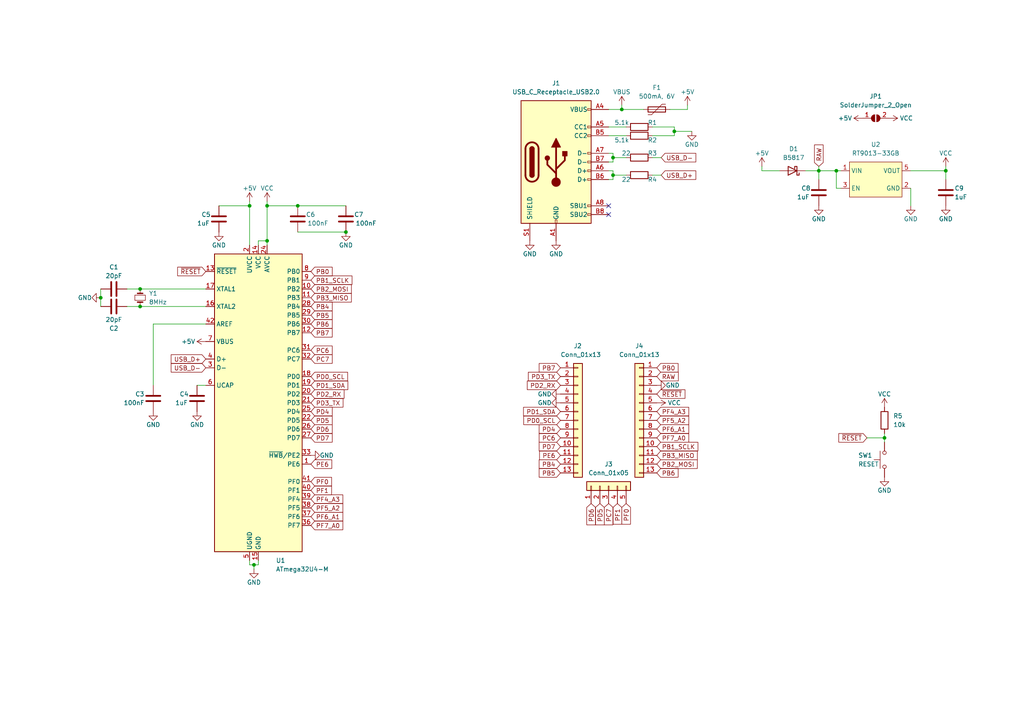
<source format=kicad_sch>
(kicad_sch (version 20211123) (generator eeschema)
  (paper "A4")
  (lib_symbols
    (symbol "Connector:USB_C_Receptacle_USB2.0" (pin_names (offset 1.016))
      (property "Reference" "J" (at -10.16 19.05 0))
      (property "Value" "USB_C_Receptacle_USB2.0" (at 19.05 19.05 0))
      (symbol "USB_C_Receptacle_USB2.0_0_0"
        (rectangle (start -0.254 -17.78) (end 0.254 -16.764))
        (rectangle (start 10.16 -14.986) (end 9.144 -15.494))
        (rectangle (start 10.16 -12.446) (end 9.144 -12.954))
        (rectangle (start 10.16 -4.826) (end 9.144 -5.334))
        (rectangle (start 10.16 -2.286) (end 9.144 -2.794))
        (rectangle (start 10.16 0.254) (end 9.144 -0.254))
        (rectangle (start 10.16 2.794) (end 9.144 2.286))
        (rectangle (start 10.16 7.874) (end 9.144 7.366))
        (rectangle (start 10.16 10.414) (end 9.144 9.906))
        (rectangle (start 10.16 15.494) (end 9.144 14.986))
      )
      (symbol "USB_C_Receptacle_USB2.0_0_1"
        (rectangle (start -10.16 17.78) (end 10.16 -17.78) (stroke (width 0.254)) (fill (type background)))
        (arc (start -8.89 -3.81) (mid -6.985 -5.715) (end -5.08 -3.81) (stroke (width 0.508)))
        (arc (start -7.62 -3.81) (mid -6.985 -4.445) (end -6.35 -3.81) (stroke (width 0.254)))
        (arc (start -7.62 -3.81) (mid -6.985 -4.445) (end -6.35 -3.81) (stroke (width 0.254)) (fill (type outline)))
        (rectangle (start -7.62 -3.81) (end -6.35 3.81) (stroke (width 0.254)) (fill (type outline)))
        (arc (start -6.35 3.81) (mid -6.985 4.445) (end -7.62 3.81) (stroke (width 0.254)))
        (arc (start -6.35 3.81) (mid -6.985 4.445) (end -7.62 3.81) (stroke (width 0.254)) (fill (type outline)))
        (arc (start -5.08 3.81) (mid -6.985 5.715) (end -8.89 3.81) (stroke (width 0.508)))
        (circle (center -2.54 1.143) (radius 0.635) (stroke (width 0.254)) (fill (type outline)))
        (circle (center 0 -5.842) (radius 1.27) (fill (type outline)))
        (polyline (pts (xy -8.89 -3.81) (xy -8.89 3.81)) (stroke (width 0.508)))
        (polyline (pts (xy -5.08 3.81) (xy -5.08 -3.81)) (stroke (width 0.508)))
        (polyline (pts (xy 0 -5.842) (xy 0 4.318)) (stroke (width 0.508)))
        (polyline (pts (xy 0 -3.302) (xy -2.54 -0.762) (xy -2.54 0.508)) (stroke (width 0.508)))
        (polyline (pts (xy 0 -2.032) (xy 2.54 0.508) (xy 2.54 1.778)) (stroke (width 0.508)))
        (polyline (pts (xy -1.27 4.318) (xy 0 6.858) (xy 1.27 4.318) (xy -1.27 4.318)) (stroke (width 0.254)) (fill (type outline)))
        (rectangle (start 1.905 1.778) (end 3.175 3.048) (stroke (width 0.254)) (fill (type outline)))
      )
      (symbol "USB_C_Receptacle_USB2.0_1_1"
        (pin passive line (at 0 -22.86 90) (length 5.08) (name "GND") (number "A1"))
        (pin passive line (at 0 -22.86 90) (length 5.08) hide (name "GND") (number "A12"))
        (pin passive line (at 15.24 15.24 180) (length 5.08) (name "VBUS") (number "A4"))
        (pin bidirectional line (at 15.24 10.16 180) (length 5.08) (name "CC1") (number "A5"))
        (pin bidirectional line (at 15.24 -2.54 180) (length 5.08) (name "D+") (number "A6"))
        (pin bidirectional line (at 15.24 2.54 180) (length 5.08) (name "D-") (number "A7"))
        (pin bidirectional line (at 15.24 -12.7 180) (length 5.08) (name "SBU1") (number "A8"))
        (pin passive line (at 15.24 15.24 180) (length 5.08) hide (name "VBUS") (number "A9"))
        (pin passive line (at 0 -22.86 90) (length 5.08) hide (name "GND") (number "B1"))
        (pin passive line (at 0 -22.86 90) (length 5.08) hide (name "GND") (number "B12"))
        (pin passive line (at 15.24 15.24 180) (length 5.08) hide (name "VBUS") (number "B4"))
        (pin bidirectional line (at 15.24 7.62 180) (length 5.08) (name "CC2") (number "B5"))
        (pin bidirectional line (at 15.24 -5.08 180) (length 5.08) (name "D+") (number "B6"))
        (pin bidirectional line (at 15.24 0 180) (length 5.08) (name "D-") (number "B7"))
        (pin bidirectional line (at 15.24 -15.24 180) (length 5.08) (name "SBU2") (number "B8"))
        (pin passive line (at 15.24 15.24 180) (length 5.08) hide (name "VBUS") (number "B9"))
        (pin passive line (at -7.62 -22.86 90) (length 5.08) (name "SHIELD") (number "S1"))
      )
    )
    (symbol "Connector_Generic:Conn_01x05" (pin_names (offset 1.016) hide)
      (property "Reference" "J" (at 0 7.62 0))
      (property "Value" "Conn_01x05" (at 0 -7.62 0))
      (symbol "Conn_01x05_1_1"
        (rectangle (start -1.27 -4.953) (end 0 -5.207) (stroke (width 0.1524)))
        (rectangle (start -1.27 -2.413) (end 0 -2.667) (stroke (width 0.1524)))
        (rectangle (start -1.27 0.127) (end 0 -0.127) (stroke (width 0.1524)))
        (rectangle (start -1.27 2.667) (end 0 2.413) (stroke (width 0.1524)))
        (rectangle (start -1.27 5.207) (end 0 4.953) (stroke (width 0.1524)))
        (rectangle (start -1.27 6.35) (end 1.27 -6.35) (stroke (width 0.254)) (fill (type background)))
        (pin passive line (at -5.08 5.08 0) (length 3.81) (name "Pin_1") (number "1"))
        (pin passive line (at -5.08 2.54 0) (length 3.81) (name "Pin_2") (number "2"))
        (pin passive line (at -5.08 0 0) (length 3.81) (name "Pin_3") (number "3"))
        (pin passive line (at -5.08 -2.54 0) (length 3.81) (name "Pin_4") (number "4"))
        (pin passive line (at -5.08 -5.08 0) (length 3.81) (name "Pin_5") (number "5"))
      )
    )
    (symbol "Connector_Generic:Conn_01x13" (pin_names (offset 1.016) hide)
      (property "Reference" "J" (at 0 17.78 0))
      (property "Value" "Conn_01x13" (at 0 -17.78 0))
      (symbol "Conn_01x13_1_1"
        (rectangle (start -1.27 -15.113) (end 0 -15.367) (stroke (width 0.1524)))
        (rectangle (start -1.27 -12.573) (end 0 -12.827) (stroke (width 0.1524)))
        (rectangle (start -1.27 -10.033) (end 0 -10.287) (stroke (width 0.1524)))
        (rectangle (start -1.27 -7.493) (end 0 -7.747) (stroke (width 0.1524)))
        (rectangle (start -1.27 -4.953) (end 0 -5.207) (stroke (width 0.1524)))
        (rectangle (start -1.27 -2.413) (end 0 -2.667) (stroke (width 0.1524)))
        (rectangle (start -1.27 0.127) (end 0 -0.127) (stroke (width 0.1524)))
        (rectangle (start -1.27 2.667) (end 0 2.413) (stroke (width 0.1524)))
        (rectangle (start -1.27 5.207) (end 0 4.953) (stroke (width 0.1524)))
        (rectangle (start -1.27 7.747) (end 0 7.493) (stroke (width 0.1524)))
        (rectangle (start -1.27 10.287) (end 0 10.033) (stroke (width 0.1524)))
        (rectangle (start -1.27 12.827) (end 0 12.573) (stroke (width 0.1524)))
        (rectangle (start -1.27 15.367) (end 0 15.113) (stroke (width 0.1524)))
        (rectangle (start -1.27 16.51) (end 1.27 -16.51) (stroke (width 0.254)) (fill (type background)))
        (pin passive line (at -5.08 15.24 0) (length 3.81) (name "Pin_1") (number "1"))
        (pin passive line (at -5.08 -7.62 0) (length 3.81) (name "Pin_10") (number "10"))
        (pin passive line (at -5.08 -10.16 0) (length 3.81) (name "Pin_11") (number "11"))
        (pin passive line (at -5.08 -12.7 0) (length 3.81) (name "Pin_12") (number "12"))
        (pin passive line (at -5.08 -15.24 0) (length 3.81) (name "Pin_13") (number "13"))
        (pin passive line (at -5.08 12.7 0) (length 3.81) (name "Pin_2") (number "2"))
        (pin passive line (at -5.08 10.16 0) (length 3.81) (name "Pin_3") (number "3"))
        (pin passive line (at -5.08 7.62 0) (length 3.81) (name "Pin_4") (number "4"))
        (pin passive line (at -5.08 5.08 0) (length 3.81) (name "Pin_5") (number "5"))
        (pin passive line (at -5.08 2.54 0) (length 3.81) (name "Pin_6") (number "6"))
        (pin passive line (at -5.08 0 0) (length 3.81) (name "Pin_7") (number "7"))
        (pin passive line (at -5.08 -2.54 0) (length 3.81) (name "Pin_8") (number "8"))
        (pin passive line (at -5.08 -5.08 0) (length 3.81) (name "Pin_9") (number "9"))
      )
    )
    (symbol "Device:C" (pin_numbers hide) (pin_names (offset 0.254))
      (property "Reference" "C" (at 0.635 2.54 0))
      (property "Value" "C" (at 0.635 -2.54 0))
      (symbol "C_0_1"
        (polyline (pts (xy -2.032 -0.762) (xy 2.032 -0.762)) (stroke (width 0.508)))
        (polyline (pts (xy -2.032 0.762) (xy 2.032 0.762)) (stroke (width 0.508)))
      )
      (symbol "C_1_1"
        (pin passive line (at 0 3.81 270) (length 2.794) (name "~") (number "1"))
        (pin passive line (at 0 -3.81 90) (length 2.794) (name "~") (number "2"))
      )
    )
    (symbol "Device:Crystal_Small" (pin_numbers hide) (pin_names (offset 1.016) hide)
      (property "Reference" "Y" (at 0 2.54 0))
      (property "Value" "Crystal_Small" (at 0 -2.54 0))
      (symbol "Crystal_Small_0_1"
        (rectangle (start -0.762 -1.524) (end 0.762 1.524))
        (polyline (pts (xy -1.27 -0.762) (xy -1.27 0.762)) (stroke (width 0.381)))
        (polyline (pts (xy 1.27 -0.762) (xy 1.27 0.762)) (stroke (width 0.381)))
      )
      (symbol "Crystal_Small_1_1"
        (pin passive line (at -2.54 0 0) (length 1.27) (name "1") (number "1"))
        (pin passive line (at 2.54 0 180) (length 1.27) (name "2") (number "2"))
      )
    )
    (symbol "Device:Polyfuse" (pin_numbers hide) (pin_names (offset 0))
      (property "Reference" "F" (at -2.54 0 90))
      (property "Value" "Polyfuse" (at 2.54 0 90))
      (symbol "Polyfuse_0_1"
        (rectangle (start -0.762 2.54) (end 0.762 -2.54) (stroke (width 0.254)))
        (polyline (pts (xy 0 2.54) (xy 0 -2.54)))
        (polyline (pts (xy -1.524 2.54) (xy -1.524 1.524) (xy 1.524 -1.524) (xy 1.524 -2.54)))
      )
      (symbol "Polyfuse_1_1"
        (pin passive line (at 0 3.81 270) (length 1.27) (name "~") (number "1"))
        (pin passive line (at 0 -3.81 90) (length 1.27) (name "~") (number "2"))
      )
    )
    (symbol "Device:R" (pin_numbers hide) (pin_names (offset 0))
      (property "Reference" "R" (at 2.032 0 90))
      (property "Value" "R" (at 0 0 90))
      (symbol "R_0_1"
        (rectangle (start -1.016 -2.54) (end 1.016 2.54) (stroke (width 0.254)))
      )
      (symbol "R_1_1"
        (pin passive line (at 0 3.81 270) (length 1.27) (name "~") (number "1"))
        (pin passive line (at 0 -3.81 90) (length 1.27) (name "~") (number "2"))
      )
    )
    (symbol "Diode:1N5817" (pin_numbers hide) (pin_names (offset 1.016) hide)
      (property "Reference" "D" (at 0 2.54 0))
      (property "Value" "1N5817" (at 0 -2.54 0))
      (symbol "1N5817_0_1"
        (polyline (pts (xy 1.27 0) (xy -1.27 0)))
        (polyline (pts (xy 1.27 1.27) (xy 1.27 -1.27) (xy -1.27 0) (xy 1.27 1.27)) (stroke (width 0.254)))
        (polyline (pts (xy -1.905 0.635) (xy -1.905 1.27) (xy -1.27 1.27) (xy -1.27 -1.27) (xy -0.635 -1.27) (xy -0.635 -0.635)) (stroke (width 0.254)))
      )
      (symbol "1N5817_1_1"
        (pin passive line (at -3.81 0 0) (length 2.54) (name "K") (number "1"))
        (pin passive line (at 3.81 0 180) (length 2.54) (name "A") (number "2"))
      )
    )
    (symbol "Jumper:SolderJumper_2_Open" (pin_names (offset 0) hide)
      (property "Reference" "JP" (at 0 2.032 0))
      (property "Value" "SolderJumper_2_Open" (at 0 -2.54 0))
      (symbol "SolderJumper_2_Open_0_1"
        (arc (start -0.254 1.016) (mid -1.27 0) (end -0.254 -1.016))
        (arc (start -0.254 1.016) (mid -1.27 0) (end -0.254 -1.016) (fill (type outline)))
        (polyline (pts (xy -0.254 1.016) (xy -0.254 -1.016)))
        (polyline (pts (xy 0.254 1.016) (xy 0.254 -1.016)))
        (arc (start 0.254 -1.016) (mid 1.27 0) (end 0.254 1.016))
        (arc (start 0.254 -1.016) (mid 1.27 0) (end 0.254 1.016) (fill (type outline)))
      )
      (symbol "SolderJumper_2_Open_1_1"
        (pin passive line (at -3.81 0 0) (length 2.54) (name "A") (number "1"))
        (pin passive line (at 3.81 0 180) (length 2.54) (name "B") (number "2"))
      )
    )
    (symbol "MCU_Microchip_ATmega:ATmega32U4-M"
      (property "Reference" "U" (at -12.7 44.45 0))
      (property "Value" "ATmega32U4-M" (at 2.54 -44.45 0))
      (symbol "ATmega32U4-M_0_1"
        (rectangle (start -12.7 -43.18) (end 12.7 43.18) (stroke (width 0.254)) (fill (type background)))
      )
      (symbol "ATmega32U4-M_1_1"
        (pin bidirectional line (at 15.24 -17.78 180) (length 2.54) (name "PE6") (number "1"))
        (pin bidirectional line (at 15.24 33.02 180) (length 2.54) (name "PB2") (number "10"))
        (pin bidirectional line (at 15.24 30.48 180) (length 2.54) (name "PB3") (number "11"))
        (pin bidirectional line (at 15.24 20.32 180) (length 2.54) (name "PB7") (number "12"))
        (pin input line (at -15.24 38.1 0) (length 2.54) (name "~{RESET}") (number "13"))
        (pin power_in line (at 0 45.72 270) (length 2.54) (name "VCC") (number "14"))
        (pin power_in line (at 0 -45.72 90) (length 2.54) (name "GND") (number "15"))
        (pin output line (at -15.24 27.94 0) (length 2.54) (name "XTAL2") (number "16"))
        (pin input line (at -15.24 33.02 0) (length 2.54) (name "XTAL1") (number "17"))
        (pin bidirectional line (at 15.24 7.62 180) (length 2.54) (name "PD0") (number "18"))
        (pin bidirectional line (at 15.24 5.08 180) (length 2.54) (name "PD1") (number "19"))
        (pin power_in line (at -2.54 45.72 270) (length 2.54) (name "UVCC") (number "2"))
        (pin bidirectional line (at 15.24 2.54 180) (length 2.54) (name "PD2") (number "20"))
        (pin bidirectional line (at 15.24 0 180) (length 2.54) (name "PD3") (number "21"))
        (pin bidirectional line (at 15.24 -5.08 180) (length 2.54) (name "PD5") (number "22"))
        (pin passive line (at 0 -45.72 90) (length 2.54) hide (name "GND") (number "23"))
        (pin power_in line (at 2.54 45.72 270) (length 2.54) (name "AVCC") (number "24"))
        (pin bidirectional line (at 15.24 -2.54 180) (length 2.54) (name "PD4") (number "25"))
        (pin bidirectional line (at 15.24 -7.62 180) (length 2.54) (name "PD6") (number "26"))
        (pin bidirectional line (at 15.24 -10.16 180) (length 2.54) (name "PD7") (number "27"))
        (pin bidirectional line (at 15.24 27.94 180) (length 2.54) (name "PB4") (number "28"))
        (pin bidirectional line (at 15.24 25.4 180) (length 2.54) (name "PB5") (number "29"))
        (pin bidirectional line (at -15.24 10.16 0) (length 2.54) (name "D-") (number "3"))
        (pin bidirectional line (at 15.24 22.86 180) (length 2.54) (name "PB6") (number "30"))
        (pin bidirectional line (at 15.24 15.24 180) (length 2.54) (name "PC6") (number "31"))
        (pin bidirectional line (at 15.24 12.7 180) (length 2.54) (name "PC7") (number "32"))
        (pin bidirectional line (at 15.24 -15.24 180) (length 2.54) (name "~{HWB}/PE2") (number "33"))
        (pin passive line (at 0 45.72 270) (length 2.54) hide (name "VCC") (number "34"))
        (pin passive line (at 0 -45.72 90) (length 2.54) hide (name "GND") (number "35"))
        (pin bidirectional line (at 15.24 -35.56 180) (length 2.54) (name "PF7") (number "36"))
        (pin bidirectional line (at 15.24 -33.02 180) (length 2.54) (name "PF6") (number "37"))
        (pin bidirectional line (at 15.24 -30.48 180) (length 2.54) (name "PF5") (number "38"))
        (pin bidirectional line (at 15.24 -27.94 180) (length 2.54) (name "PF4") (number "39"))
        (pin bidirectional line (at -15.24 12.7 0) (length 2.54) (name "D+") (number "4"))
        (pin bidirectional line (at 15.24 -25.4 180) (length 2.54) (name "PF1") (number "40"))
        (pin bidirectional line (at 15.24 -22.86 180) (length 2.54) (name "PF0") (number "41"))
        (pin passive line (at -15.24 22.86 0) (length 2.54) (name "AREF") (number "42"))
        (pin passive line (at 0 -45.72 90) (length 2.54) hide (name "GND") (number "43"))
        (pin passive line (at 2.54 45.72 270) (length 2.54) hide (name "AVCC") (number "44"))
        (pin passive line (at 0 -45.72 90) (length 2.54) hide (name "GND") (number "45"))
        (pin passive line (at -2.54 -45.72 90) (length 2.54) (name "UGND") (number "5"))
        (pin passive line (at -15.24 5.08 0) (length 2.54) (name "UCAP") (number "6"))
        (pin input line (at -15.24 17.78 0) (length 2.54) (name "VBUS") (number "7"))
        (pin bidirectional line (at 15.24 38.1 180) (length 2.54) (name "PB0") (number "8"))
        (pin bidirectional line (at 15.24 35.56 180) (length 2.54) (name "PB1") (number "9"))
      )
    )
    (symbol "Switch:SW_Push" (pin_numbers hide) (pin_names (offset 1.016) hide)
      (property "Reference" "SW2" (at -8.89 1.27 90))
      (property "Value" "RESET" (at -8.89 -1.27 90))
      (symbol "SW_Push_0_1"
        (circle (center -2.032 0) (radius 0.508))
        (polyline (pts (xy 0 1.27) (xy 0 3.048)))
        (polyline (pts (xy 2.54 1.27) (xy -2.54 1.27)))
        (circle (center 2.032 0) (radius 0.508))
        (pin passive line (at -5.08 0 0) (length 2.54) (name "1") (number "1"))
        (pin passive line (at 5.08 0 180) (length 2.54) (name "2") (number "2"))
      )
    )
    (symbol "keypad:RT9013-33GB"
      (property "Reference" "U" (at 0 6.35 0))
      (property "Value" "RT9013-33GB" (at 0 3.81 0))
      (symbol "RT9013-33GB_0_0"
        (pin power_in line (at -10.16 0 0) (length 2.54) (name "VIN") (number "1"))
        (pin power_in line (at 10.16 -5.08 180) (length 2.54) (name "GND") (number "2"))
        (pin input line (at -10.16 -5.08 0) (length 2.54) (name "EN") (number "3"))
        (pin no_connect non_logic (at 10.16 -2.54 180) (length 2.54) hide (name "NC") (number "4"))
        (pin power_out line (at 10.16 0 180) (length 2.54) (name "VOUT") (number "5"))
      )
      (symbol "RT9013-33GB_0_1"
        (rectangle (start -7.62 2.54) (end 7.62 -7.62) (fill (type background)))
      )
    )
    (symbol "power:+5V" (power) (pin_names (offset 0))
      (property "Value" "+5V" (at 0 3.556 0))
      (symbol "+5V_0_1"
        (polyline (pts (xy -0.762 1.27) (xy 0 2.54)))
        (polyline (pts (xy 0 0) (xy 0 2.54)))
        (polyline (pts (xy 0 2.54) (xy 0.762 1.27)))
      )
      (symbol "+5V_1_1"
        (pin power_in line (at 0 0 90) (length 0) hide (name "+5V") (number "1"))
      )
    )
    (symbol "power:GND" (power) (pin_names (offset 0))
      (property "Value" "GND" (at 0 -3.81 0))
      (symbol "GND_0_1"
        (polyline (pts (xy 0 0) (xy 0 -1.27) (xy 1.27 -1.27) (xy 0 -2.54) (xy -1.27 -1.27) (xy 0 -1.27)))
      )
      (symbol "GND_1_1"
        (pin power_in line (at 0 0 270) (length 0) hide (name "GND") (number "1"))
      )
    )
    (symbol "power:VBUS" (power) (pin_names (offset 0))
      (property "Value" "VBUS" (at 0 3.81 0))
      (symbol "VBUS_0_1"
        (polyline (pts (xy -0.762 1.27) (xy 0 2.54)))
        (polyline (pts (xy 0 0) (xy 0 2.54)))
        (polyline (pts (xy 0 2.54) (xy 0.762 1.27)))
      )
      (symbol "VBUS_1_1"
        (pin power_in line (at 0 0 90) (length 0) hide (name "VBUS") (number "1"))
      )
    )
    (symbol "power:VCC" (power) (pin_names (offset 0))
      (property "Value" "VCC" (at 0 3.81 0))
      (symbol "VCC_0_1"
        (polyline (pts (xy -0.762 1.27) (xy 0 2.54)))
        (polyline (pts (xy 0 0) (xy 0 2.54)))
        (polyline (pts (xy 0 2.54) (xy 0.762 1.27)))
      )
      (symbol "VCC_1_1"
        (pin power_in line (at 0 0 90) (length 0) hide (name "VCC") (number "1"))
      )
    )
  )
  (junction (at 256.54 127))
  (junction (at 100.33 67.31))
  (junction (at 177.8 45.72))
  (junction (at 73.66 163.83))
  (junction (at 77.47 69.85))
  (junction (at 180.34 31.75))
  (junction (at 40.64 83.82))
  (junction (at 72.39 59.69))
  (junction (at 274.32 49.53))
  (junction (at 237.49 49.53))
  (junction (at 177.8 50.8))
  (junction (at 195.58 38.1))
  (junction (at 86.36 59.69))
  (junction (at 242.57 49.53))
  (junction (at 29.21 86.36))
  (junction (at 40.64 88.9))
  (junction (at 77.47 59.69))
  (no_connect (at 176.53 62.23))
  (no_connect (at 176.53 59.69))
  (wire (pts (xy 256.54 127) (xy 256.54 125.73)))
  (wire (pts (xy 74.93 162.56) (xy 74.93 163.83)))
  (wire (pts (xy 72.39 58.42) (xy 72.39 59.69)))
  (wire (pts (xy 256.54 128.27) (xy 256.54 127)))
  (wire (pts (xy 77.47 59.69) (xy 77.47 69.85)))
  (wire (pts (xy 86.36 59.69) (xy 100.33 59.69)))
  (wire (pts (xy 195.58 36.83) (xy 195.58 38.1)))
  (wire (pts (xy 180.34 31.75) (xy 176.53 31.75)))
  (wire (pts (xy 40.64 88.9) (xy 59.69 88.9)))
  (wire (pts (xy 242.57 49.53) (xy 243.84 49.53)))
  (wire (pts (xy 74.93 163.83) (xy 73.66 163.83)))
  (wire (pts (xy 29.21 86.36) (xy 29.21 88.9)))
  (wire (pts (xy 233.68 49.53) (xy 237.49 49.53)))
  (wire (pts (xy 181.61 36.83) (xy 176.53 36.83)))
  (wire (pts (xy 72.39 162.56) (xy 72.39 163.83)))
  (wire (pts (xy 59.69 93.98) (xy 44.45 93.98)))
  (wire (pts (xy 36.83 88.9) (xy 40.64 88.9)))
  (wire (pts (xy 195.58 38.1) (xy 195.58 39.37)))
  (wire (pts (xy 189.23 45.72) (xy 191.77 45.72)))
  (wire (pts (xy 195.58 36.83) (xy 189.23 36.83)))
  (wire (pts (xy 180.34 31.75) (xy 186.69 31.75)))
  (wire (pts (xy 86.36 67.31) (xy 100.33 67.31)))
  (wire (pts (xy 237.49 49.53) (xy 242.57 49.53)))
  (wire (pts (xy 63.5 59.69) (xy 72.39 59.69)))
  (wire (pts (xy 274.32 48.26) (xy 274.32 49.53)))
  (wire (pts (xy 177.8 46.99) (xy 176.53 46.99)))
  (wire (pts (xy 177.8 49.53) (xy 177.8 50.8)))
  (wire (pts (xy 180.34 30.48) (xy 180.34 31.75)))
  (wire (pts (xy 237.49 52.07) (xy 237.49 49.53)))
  (wire (pts (xy 226.06 49.53) (xy 220.98 49.53)))
  (wire (pts (xy 195.58 38.1) (xy 200.66 38.1)))
  (wire (pts (xy 40.64 83.82) (xy 59.69 83.82)))
  (wire (pts (xy 176.53 49.53) (xy 177.8 49.53)))
  (wire (pts (xy 57.15 111.76) (xy 59.69 111.76)))
  (wire (pts (xy 177.8 50.8) (xy 181.61 50.8)))
  (wire (pts (xy 72.39 59.69) (xy 72.39 71.12)))
  (wire (pts (xy 77.47 58.42) (xy 77.47 59.69)))
  (wire (pts (xy 77.47 59.69) (xy 86.36 59.69)))
  (wire (pts (xy 29.21 83.82) (xy 29.21 86.36)))
  (wire (pts (xy 195.58 39.37) (xy 189.23 39.37)))
  (wire (pts (xy 77.47 69.85) (xy 77.47 71.12)))
  (wire (pts (xy 237.49 48.26) (xy 237.49 49.53)))
  (wire (pts (xy 74.93 71.12) (xy 74.93 69.85)))
  (wire (pts (xy 220.98 49.53) (xy 220.98 48.26)))
  (wire (pts (xy 36.83 83.82) (xy 40.64 83.82)))
  (wire (pts (xy 194.31 31.75) (xy 199.39 31.75)))
  (wire (pts (xy 251.46 127) (xy 256.54 127)))
  (wire (pts (xy 44.45 93.98) (xy 44.45 111.76)))
  (wire (pts (xy 199.39 31.75) (xy 199.39 30.48)))
  (wire (pts (xy 176.53 52.07) (xy 177.8 52.07)))
  (wire (pts (xy 176.53 39.37) (xy 181.61 39.37)))
  (wire (pts (xy 177.8 45.72) (xy 177.8 46.99)))
  (wire (pts (xy 73.66 165.1) (xy 73.66 163.83)))
  (wire (pts (xy 264.16 49.53) (xy 274.32 49.53)))
  (wire (pts (xy 72.39 163.83) (xy 73.66 163.83)))
  (wire (pts (xy 242.57 54.61) (xy 242.57 49.53)))
  (wire (pts (xy 177.8 44.45) (xy 177.8 45.72)))
  (wire (pts (xy 243.84 54.61) (xy 242.57 54.61)))
  (wire (pts (xy 264.16 59.69) (xy 264.16 54.61)))
  (wire (pts (xy 274.32 49.53) (xy 274.32 52.07)))
  (wire (pts (xy 74.93 69.85) (xy 77.47 69.85)))
  (wire (pts (xy 189.23 50.8) (xy 191.77 50.8)))
  (wire (pts (xy 177.8 45.72) (xy 181.61 45.72)))
  (wire (pts (xy 177.8 50.8) (xy 177.8 52.07)))
  (wire (pts (xy 176.53 44.45) (xy 177.8 44.45)))
  (global_label "PF4_A3" (shape input) (at 190.5 119.38 0) (property "Intersheet References" "${INTERSHEET_REFS}" (effects hide)))
  (global_label "PD3_TX" (shape input) (at 90.17 116.84 0) (property "Intersheet References" "${INTERSHEET_REFS}" (effects hide)))
  (global_label "PF6_A1" (shape input) (at 190.5 124.46 0) (property "Intersheet References" "${INTERSHEET_REFS}" (effects hide)))
  (global_label "PB3_MISO" (shape input) (at 90.17 86.36 0) (property "Intersheet References" "${INTERSHEET_REFS}" (effects hide)))
  (global_label "PB0" (shape input) (at 90.17 78.74 0) (property "Intersheet References" "${INTERSHEET_REFS}" (effects hide)))
  (global_label "PD6" (shape input) (at 90.17 124.46 0) (property "Intersheet References" "${INTERSHEET_REFS}" (effects hide)))
  (global_label "~{RESET}" (shape input) (at 190.5 114.3 0) (property "Intersheet References" "${INTERSHEET_REFS}" (effects hide)))
  (global_label "PF5_A2" (shape input) (at 190.5 121.92 0) (property "Intersheet References" "${INTERSHEET_REFS}" (effects hide)))
  (global_label "PB6" (shape input) (at 190.5 137.16 0) (property "Intersheet References" "${INTERSHEET_REFS}" (effects hide)))
  (global_label "PB1_SCLK" (shape input) (at 90.17 81.28 0) (property "Intersheet References" "${INTERSHEET_REFS}" (effects hide)))
  (global_label "PE6" (shape input) (at 90.17 134.62 0) (property "Intersheet References" "${INTERSHEET_REFS}" (effects hide)))
  (global_label "PD4" (shape input) (at 90.17 119.38 0) (property "Intersheet References" "${INTERSHEET_REFS}" (effects hide)))
  (global_label "PD1_SDA" (shape input) (at 90.17 111.76 0) (property "Intersheet References" "${INTERSHEET_REFS}" (effects hide)))
  (global_label "PD7" (shape input) (at 90.17 127 0) (property "Intersheet References" "${INTERSHEET_REFS}" (effects hide)))
  (global_label "PD0_SCL" (shape input) (at 162.56 121.92 180) (property "Intersheet References" "${INTERSHEET_REFS}" (effects hide)))
  (global_label "PB2_MOSI" (shape input) (at 190.5 134.62 0) (property "Intersheet References" "${INTERSHEET_REFS}" (effects hide)))
  (global_label "PB7" (shape input) (at 162.56 106.68 180) (property "Intersheet References" "${INTERSHEET_REFS}" (effects hide)))
  (global_label "PC7" (shape input) (at 90.17 104.14 0) (property "Intersheet References" "${INTERSHEET_REFS}" (effects hide)))
  (global_label "RAW" (shape input) (at 237.49 48.26 90) (property "Intersheet References" "${INTERSHEET_REFS}" (effects hide)))
  (global_label "PE6" (shape input) (at 162.56 132.08 180) (property "Intersheet References" "${INTERSHEET_REFS}" (effects hide)))
  (global_label "PB2_MOSI" (shape input) (at 90.17 83.82 0) (property "Intersheet References" "${INTERSHEET_REFS}" (effects hide)))
  (global_label "PD2_RX" (shape input) (at 90.17 114.3 0) (property "Intersheet References" "${INTERSHEET_REFS}" (effects hide)))
  (global_label "~{RESET}" (shape input) (at 251.46 127 180) (property "Intersheet References" "${INTERSHEET_REFS}" (effects hide)))
  (global_label "PF4_A3" (shape input) (at 90.17 144.78 0) (property "Intersheet References" "${INTERSHEET_REFS}" (effects hide)))
  (global_label "PD5" (shape input) (at 173.99 146.05 270) (property "Intersheet References" "${INTERSHEET_REFS}" (effects hide)))
  (global_label "PD5" (shape input) (at 90.17 121.92 0) (property "Intersheet References" "${INTERSHEET_REFS}" (effects hide)))
  (global_label "PB6" (shape input) (at 90.17 93.98 0) (property "Intersheet References" "${INTERSHEET_REFS}" (effects hide)))
  (global_label "PD2_RX" (shape input) (at 162.56 111.76 180) (property "Intersheet References" "${INTERSHEET_REFS}" (effects hide)))
  (global_label "PC6" (shape input) (at 162.56 127 180) (property "Intersheet References" "${INTERSHEET_REFS}" (effects hide)))
  (global_label "PF1" (shape input) (at 179.07 146.05 270) (property "Intersheet References" "${INTERSHEET_REFS}" (effects hide)))
  (global_label "PD7" (shape input) (at 162.56 129.54 180) (property "Intersheet References" "${INTERSHEET_REFS}" (effects hide)))
  (global_label "PB4" (shape input) (at 90.17 88.9 0) (property "Intersheet References" "${INTERSHEET_REFS}" (effects hide)))
  (global_label "PB0" (shape input) (at 190.5 106.68 0) (property "Intersheet References" "${INTERSHEET_REFS}" (effects hide)))
  (global_label "PD1_SDA" (shape input) (at 162.56 119.38 180) (property "Intersheet References" "${INTERSHEET_REFS}" (effects hide)))
  (global_label "PF1" (shape input) (at 90.17 142.24 0) (property "Intersheet References" "${INTERSHEET_REFS}" (effects hide)))
  (global_label "RAW" (shape input) (at 190.5 109.22 0) (property "Intersheet References" "${INTERSHEET_REFS}" (effects hide)))
  (global_label "USB_D-" (shape input) (at 191.77 45.72 0) (property "Intersheet References" "${INTERSHEET_REFS}" (effects hide)))
  (global_label "PD3_TX" (shape input) (at 162.56 109.22 180) (property "Intersheet References" "${INTERSHEET_REFS}" (effects hide)))
  (global_label "~{RESET}" (shape input) (at 59.69 78.74 180) (property "Intersheet References" "${INTERSHEET_REFS}" (effects hide)))
  (global_label "PB1_SCLK" (shape input) (at 190.5 129.54 0) (property "Intersheet References" "${INTERSHEET_REFS}" (effects hide)))
  (global_label "PF6_A1" (shape input) (at 90.17 149.86 0) (property "Intersheet References" "${INTERSHEET_REFS}" (effects hide)))
  (global_label "USB_D+" (shape input) (at 59.69 104.14 180) (property "Intersheet References" "${INTERSHEET_REFS}" (effects hide)))
  (global_label "USB_D-" (shape input) (at 59.69 106.68 180) (property "Intersheet References" "${INTERSHEET_REFS}" (effects hide)))
  (global_label "PB5" (shape input) (at 90.17 91.44 0) (property "Intersheet References" "${INTERSHEET_REFS}" (effects hide)))
  (global_label "PC6" (shape input) (at 90.17 101.6 0) (property "Intersheet References" "${INTERSHEET_REFS}" (effects hide)))
  (global_label "PF0" (shape input) (at 181.61 146.05 270) (property "Intersheet References" "${INTERSHEET_REFS}" (effects hide)))
  (global_label "PB5" (shape input) (at 162.56 137.16 180) (property "Intersheet References" "${INTERSHEET_REFS}" (effects hide)))
  (global_label "PF0" (shape input) (at 90.17 139.7 0) (property "Intersheet References" "${INTERSHEET_REFS}" (effects hide)))
  (global_label "PB4" (shape input) (at 162.56 134.62 180) (property "Intersheet References" "${INTERSHEET_REFS}" (effects hide)))
  (global_label "USB_D+" (shape input) (at 191.77 50.8 0) (property "Intersheet References" "${INTERSHEET_REFS}" (effects hide)))
  (global_label "PD0_SCL" (shape input) (at 90.17 109.22 0) (property "Intersheet References" "${INTERSHEET_REFS}" (effects hide)))
  (global_label "PC7" (shape input) (at 176.53 146.05 270) (property "Intersheet References" "${INTERSHEET_REFS}" (effects hide)))
  (global_label "PD6" (shape input) (at 171.45 146.05 270) (property "Intersheet References" "${INTERSHEET_REFS}" (effects hide)))
  (global_label "PD4" (shape input) (at 162.56 124.46 180) (property "Intersheet References" "${INTERSHEET_REFS}" (effects hide)))
  (global_label "PF7_A0" (shape input) (at 190.5 127 0) (property "Intersheet References" "${INTERSHEET_REFS}" (effects hide)))
  (global_label "PB3_MISO" (shape input) (at 190.5 132.08 0) (property "Intersheet References" "${INTERSHEET_REFS}" (effects hide)))
  (global_label "PF5_A2" (shape input) (at 90.17 147.32 0) (property "Intersheet References" "${INTERSHEET_REFS}" (effects hide)))
  (global_label "PF7_A0" (shape input) (at 90.17 152.4 0) (property "Intersheet References" "${INTERSHEET_REFS}" (effects hide)))
  (global_label "PB7" (shape input) (at 90.17 96.52 0) (property "Intersheet References" "${INTERSHEET_REFS}" (effects hide)))
  (symbol (lib_id "power:GND") (at 256.54 138.43 0) (unit 1)
    (property "Reference" "#PWR024" (effects hide))
    (property "Value" "GND" (at 256.54 142.24 0))
  )
  (symbol (lib_id "power:GND") (at 237.49 59.69 0) (unit 1)
    (property "Reference" "#PWR021" (effects hide))
    (property "Value" "GND" (at 237.49 63.5 0))
  )
  (symbol (lib_id "power:GND") (at 162.56 116.84 270) (unit 1)
    (property "Reference" "#PWR014" (effects hide))
    (property "Value" "GND" (at 160.02 116.84 90) (effects (justify right)))
  )
  (symbol (lib_id "power:GND") (at 153.67 69.85 0) (unit 1)
    (property "Reference" "#PWR011" (effects hide))
    (property "Value" "GND" (at 153.67 73.66 0))
  )
  (symbol (lib_id "Connector_Generic:Conn_01x13") (at 167.64 121.92 0) (unit 1) (in_bom no)
    (property "Reference" "J2" (at 166.37 100.33 0) (effects (justify left)))
    (property "Value" "Conn_01x13" (at 162.56 102.87 0) (effects (justify left)))
    (property "Footprint" "Connector_PinHeader_2.54mm:PinHeader_1x13_P2.54mm_Vertical" (effects hide))
  )
  (symbol (lib_id "Diode:1N5817") (at 229.87 49.53 180) (unit 1)
    (property "Reference" "D1" (at 230.1875 43.18 0))
    (property "Value" "B5817" (at 230.1875 45.72 0))
    (property "Footprint" "Diode_SMD:D_SOD-323" (effects hide))
    (property "Datasheet" "http://www.vishay.com/docs/88525/1n5817.pdf" (effects hide))
    (property "JLCPCB Part #" "C123899" (effects hide))
    (property "MFR. Part #" "B5817WS" (effects hide))
  )
  (symbol (lib_id "power:GND") (at 274.32 59.69 0) (unit 1)
    (property "Reference" "#PWR028" (effects hide))
    (property "Value" "GND" (at 274.32 63.5 0))
  )
  (symbol (lib_id "power:VCC") (at 274.32 48.26 0) (unit 1)
    (property "Reference" "#PWR027" (effects hide))
    (property "Value" "VCC" (at 274.32 44.45 0))
  )
  (symbol (lib_id "Switch:SW_Push") (at 256.54 133.35 90) (unit 1)
    (property "Reference" "SW1" (at 248.92 132.08 90) (effects (justify right)))
    (property "Value" "RESET" (at 248.92 134.62 90) (effects (justify right)))
    (property "Footprint" "Button_Switch_SMD:SW_SPST_B3U-1000P" (effects hide))
    (property "MFR. Part #" "B3U-1000P" (effects hide))
    (property "JLCPCB Part #" "C231329" (effects hide))
  )
  (symbol (lib_id "power:GND") (at 100.33 67.31 0) (unit 1)
    (property "Reference" "#PWR010" (effects hide))
    (property "Value" "GND" (at 100.33 71.12 0))
  )
  (symbol (lib_id "power:GND") (at 44.45 119.38 0) (unit 1)
    (property "Reference" "#PWR02" (effects hide))
    (property "Value" "GND" (at 44.45 123.19 0))
  )
  (symbol (lib_id "power:+5V") (at 59.69 99.06 90) (unit 1)
    (property "Reference" "#PWR04" (effects hide))
    (property "Value" "+5V" (at 54.61 99.06 90))
  )
  (symbol (lib_id "Connector_Generic:Conn_01x05") (at 176.53 140.97 90) (unit 1) (in_bom no)
    (property "Reference" "J3" (at 176.53 134.62 90))
    (property "Value" "Conn_01x05" (at 176.53 137.16 90))
    (property "Footprint" "Connector_PinHeader_2.54mm:PinHeader_1x05_P2.54mm_Vertical" (effects hide))
  )
  (symbol (lib_id "power:GND") (at 29.21 86.36 270) (unit 1)
    (property "Reference" "#PWR01" (effects hide))
    (property "Value" "GND" (at 26.67 86.36 90) (effects (justify right)))
  )
  (symbol (lib_id "Device:R") (at 185.42 36.83 90) (unit 1)
    (property "Reference" "R1" (at 189.23 35.56 90))
    (property "Value" "5.1k" (at 180.34 35.56 90))
    (property "Footprint" "Resistor_SMD:R_0402_1005Metric" (effects hide))
    (property "JLCPCB Part #" "C25905" (effects hide))
    (property "MFR. Part #" "0402WGF5101TCE" (effects hide))
  )
  (symbol (lib_id "power:GND") (at 63.5 67.31 0) (unit 1)
    (property "Reference" "#PWR05" (effects hide))
    (property "Value" "GND" (at 63.5 71.12 0))
  )
  (symbol (lib_id "power:GND") (at 161.29 69.85 0) (unit 1)
    (property "Reference" "#PWR012" (effects hide))
    (property "Value" "GND" (at 161.29 73.66 0))
  )
  (symbol (lib_id "Device:R") (at 185.42 50.8 90) (unit 1)
    (property "Reference" "R4" (at 189.23 52.07 90))
    (property "Value" "22" (at 181.61 52.07 90))
    (property "Footprint" "Resistor_SMD:R_0402_1005Metric" (effects hide))
    (property "JLCPCB Part #" "C25092" (effects hide))
    (property "MFR. Part #" "0402WGF220JTCE" (effects hide))
  )
  (symbol (lib_id "Jumper:SolderJumper_2_Open") (at 254 34.29 0) (unit 1) (in_bom no)
    (property "Reference" "JP1" (at 254 27.94 0))
    (property "Value" "SolderJumper_2_Open" (at 254 30.48 0))
    (property "Footprint" "Jumper:SolderJumper-2_P1.3mm_Open_TrianglePad1.0x1.5mm" (effects hide))
  )
  (symbol (lib_id "power:VCC") (at 77.47 58.42 0) (unit 1)
    (property "Reference" "#PWR08" (effects hide))
    (property "Value" "VCC" (at 77.47 54.61 0))
  )
  (symbol (lib_id "Device:C") (at 100.33 63.5 180) (unit 1)
    (property "Reference" "C7" (at 105.41 62.23 0) (effects (justify left)))
    (property "Value" "100nF" (at 109.22 64.77 0) (effects (justify left)))
    (property "Footprint" "Capacitor_SMD:C_0402_1005Metric" (effects hide))
    (property "JLCPCB Part #" "C307331" (effects hide))
    (property "MFR. Part #" "CL05B104KB54PNC" (effects hide))
  )
  (symbol (lib_id "Device:C") (at 63.5 63.5 0) (unit 1)
    (property "Reference" "C5" (at 58.42 62.23 0) (effects (justify left)))
    (property "Value" "1uF" (at 57.15 64.77 0) (effects (justify left)))
    (property "Footprint" "Capacitor_SMD:C_0402_1005Metric" (effects hide))
    (property "JLCPCB Part #" "C52923" (effects hide))
    (property "MFR. Part #" "CL05A105KA5NQNC" (effects hide))
  )
  (symbol (lib_id "power:+5V") (at 199.39 30.48 0) (unit 1)
    (property "Reference" "#PWR018" (effects hide))
    (property "Value" "+5V" (at 199.39 26.67 0))
  )
  (symbol (lib_id "MCU_Microchip_ATmega:ATmega32U4-M") (at 74.93 116.84 0) (unit 1)
    (property "Reference" "U1" (at 80.01 162.56 0) (effects (justify left)))
    (property "Value" "ATmega32U4-M" (at 80.01 165.1 0) (effects (justify left)))
    (property "Footprint" "Package_DFN_QFN:QFN-44-1EP_7x7mm_P0.5mm_EP5.2x5.2mm" (effects hide))
    (property "Datasheet" "http://ww1.microchip.com/downloads/en/DeviceDoc/Atmel-7766-8-bit-AVR-ATmega16U4-32U4_Datasheet.pdf" (effects hide))
    (property "JLCPCB Part #" "C112161" (effects hide))
    (property "MFR. Part #" "ATMEGA32U4-MU" (effects hide))
  )
  (symbol (lib_id "power:+5V") (at 220.98 48.26 0) (unit 1)
    (property "Reference" "#PWR020" (effects hide))
    (property "Value" "+5V" (at 220.98 44.45 0))
  )
  (symbol (lib_id "power:GND") (at 200.66 38.1 0) (unit 1)
    (property "Reference" "#PWR019" (effects hide))
    (property "Value" "GND" (at 200.66 41.91 0))
  )
  (symbol (lib_id "Device:C") (at 44.45 115.57 180) (unit 1)
    (property "Reference" "C3" (at 41.91 114.3 0) (effects (justify left)))
    (property "Value" "100nF" (at 41.91 116.84 0) (effects (justify left)))
    (property "Footprint" "Capacitor_SMD:C_0402_1005Metric" (effects hide))
    (property "JLCPCB Part #" "C307331" (effects hide))
    (property "MFR. Part #" "CL05B104KB54PNC" (effects hide))
  )
  (symbol (lib_id "power:GND") (at 190.5 111.76 90) (unit 1)
    (property "Reference" "#PWR016" (effects hide))
    (property "Value" "GND" (at 193.04 111.76 90) (effects (justify right)))
  )
  (symbol (lib_id "power:+5V") (at 250.19 34.29 90) (unit 1)
    (property "Reference" "#PWR022" (effects hide))
    (property "Value" "+5V" (at 245.11 34.29 90))
  )
  (symbol (lib_id "Device:Crystal_Small") (at 40.64 86.36 90) (unit 1)
    (property "Reference" "Y1" (at 43.18 85.0899 90) (effects (justify right)))
    (property "Value" "8MHz" (at 43.18 87.6299 90) (effects (justify right)))
    (property "Footprint" "Crystal:Crystal_SMD_Qantek_QC5CB-2Pin_5x3.2mm" (effects hide))
    (property "JLCPCB Part #" "C115962" (effects hide))
    (property "MFR. Part #" "X50328MSB2GI" (effects hide))
  )
  (symbol (lib_id "Device:C") (at 86.36 63.5 180) (unit 1)
    (property "Reference" "C6" (at 91.44 62.23 0) (effects (justify left)))
    (property "Value" "100nF" (at 95.25 64.77 0) (effects (justify left)))
    (property "Footprint" "Capacitor_SMD:C_0402_1005Metric" (effects hide))
    (property "JLCPCB Part #" "C307331" (effects hide))
    (property "MFR. Part #" "CL05B104KB54PNC" (effects hide))
  )
  (symbol (lib_id "Device:R") (at 185.42 39.37 90) (unit 1)
    (property "Reference" "R2" (at 189.23 40.64 90))
    (property "Value" "5.1k" (at 180.34 40.64 90))
    (property "Footprint" "Resistor_SMD:R_0402_1005Metric" (effects hide))
    (property "JLCPCB Part #" "C25905" (effects hide))
    (property "MFR. Part #" "0402WGF5101TCE" (effects hide))
  )
  (symbol (lib_id "power:VCC") (at 190.5 116.84 270) (unit 1)
    (property "Reference" "#PWR017" (effects hide))
    (property "Value" "VCC" (at 195.58 116.84 90))
  )
  (symbol (lib_id "Connector:USB_C_Receptacle_USB2.0") (at 161.29 46.99 0) (unit 1)
    (property "Reference" "J1" (at 161.29 24.13 0))
    (property "Value" "USB_C_Receptacle_USB2.0" (at 161.29 26.67 0))
    (property "Footprint" "rp-micro:USB Type-C Mid-Mount Receptacle 16P" (effects hide))
    (property "Datasheet" "https://www.usb.org/sites/default/files/documents/usb_type-c.zip" (effects hide))
    (property "JLCPCB Part #" "C168688" (effects hide))
    (property "MFR. Part #" "918-418K2024S40000" (effects hide))
  )
  (symbol (lib_id "Device:C") (at 33.02 83.82 90) (unit 1)
    (property "Reference" "C1" (at 33.02 77.47 90))
    (property "Value" "20pF" (at 33.02 80.01 90))
    (property "Footprint" "Capacitor_SMD:C_0402_1005Metric" (effects hide))
    (property "JLCPCB Part #" "C1554" (effects hide))
    (property "MFR. Part #" "0402CG200J500NT" (effects hide))
  )
  (symbol (lib_id "Connector_Generic:Conn_01x13") (at 185.42 121.92 0) (mirror y) (unit 1) (in_bom no)
    (property "Reference" "J4" (at 185.42 100.33 0))
    (property "Value" "Conn_01x13" (at 185.42 102.87 0))
    (property "Footprint" "Connector_PinHeader_2.54mm:PinHeader_1x13_P2.54mm_Vertical" (effects hide))
  )
  (symbol (lib_id "power:VCC") (at 256.54 118.11 0) (unit 1)
    (property "Reference" "#PWR023" (effects hide))
    (property "Value" "VCC" (at 256.54 114.3 0))
  )
  (symbol (lib_id "power:GND") (at 162.56 114.3 270) (unit 1)
    (property "Reference" "#PWR013" (effects hide))
    (property "Value" "GND" (at 160.02 114.3 90) (effects (justify right)))
  )
  (symbol (lib_id "Device:C") (at 274.32 55.88 0) (unit 1)
    (property "Reference" "C9" (at 276.86 54.61 0) (effects (justify left)))
    (property "Value" "1uF" (at 276.86 57.15 0) (effects (justify left)))
    (property "Footprint" "Capacitor_SMD:C_0402_1005Metric" (effects hide))
    (property "JLCPCB Part #" "C52923" (effects hide))
    (property "MFR. Part #" "CL05A105KA5NQNC" (effects hide))
  )
  (symbol (lib_id "Device:Polyfuse") (at 190.5 31.75 90) (unit 1)
    (property "Reference" "F1" (at 190.5 25.4 90))
    (property "Value" "500mA, 6V" (at 190.5 27.94 90))
    (property "Footprint" "Fuse:Fuse_0805_2012Metric" (effects hide))
    (property "JLCPCB Part #" "C269104" (effects hide))
    (property "MFR. Part #" "SMD0805B050TF" (effects hide))
  )
  (symbol (lib_id "power:VBUS") (at 180.34 30.48 0) (unit 1)
    (property "Reference" "#PWR015" (effects hide))
    (property "Value" "VBUS" (at 180.34 26.67 0))
  )
  (symbol (lib_id "power:GND") (at 73.66 165.1 0) (unit 1)
    (property "Reference" "#PWR07" (effects hide))
    (property "Value" "GND" (at 73.66 168.91 0))
  )
  (symbol (lib_id "keypad:RT9013-33GB") (at 254 49.53 0) (unit 1)
    (property "Reference" "U2" (at 254 41.91 0))
    (property "Value" "RT9013-33GB" (at 254 44.45 0))
    (property "Footprint" "Package_TO_SOT_SMD:SOT-23-5" (effects hide))
    (property "JLCPCB Part #" "C47773" (effects hide))
    (property "MFR. Part #" "RT9013-33GB" (effects hide))
  )
  (symbol (lib_id "Device:C") (at 33.02 88.9 90) (unit 1)
    (property "Reference" "C2" (at 33.02 95.25 90))
    (property "Value" "20pF" (at 33.02 92.71 90))
    (property "Footprint" "Capacitor_SMD:C_0402_1005Metric" (effects hide))
    (property "JLCPCB Part #" "C1554" (effects hide))
    (property "MFR. Part #" "0402CG200J500NT" (effects hide))
  )
  (symbol (lib_id "Device:R") (at 256.54 121.92 0) (unit 1)
    (property "Reference" "R5" (at 259.08 120.6499 0) (effects (justify left)))
    (property "Value" "10k" (at 259.08 123.1899 0) (effects (justify left)))
    (property "Footprint" "Resistor_SMD:R_0402_1005Metric" (effects hide))
    (property "MFR. Part #" "0402WGF1002TCE " (effects hide))
    (property "JLCPCB Part #" "C25744" (effects hide))
  )
  (symbol (lib_id "Device:R") (at 185.42 45.72 90) (unit 1)
    (property "Reference" "R3" (at 189.23 44.45 90))
    (property "Value" "22" (at 181.61 44.45 90))
    (property "Footprint" "Resistor_SMD:R_0402_1005Metric" (effects hide))
    (property "JLCPCB Part #" "C25092" (effects hide))
    (property "MFR. Part #" "0402WGF220JTCE" (effects hide))
  )
  (symbol (lib_id "power:GND") (at 264.16 59.69 0) (unit 1)
    (property "Reference" "#PWR026" (effects hide))
    (property "Value" "GND" (at 264.16 63.5 0))
  )
  (symbol (lib_id "Device:C") (at 237.49 55.88 0) (unit 1)
    (property "Reference" "C8" (at 232.41 54.61 0) (effects (justify left)))
    (property "Value" "1uF" (at 231.14 57.15 0) (effects (justify left)))
    (property "Footprint" "Capacitor_SMD:C_0402_1005Metric" (effects hide))
    (property "JLCPCB Part #" "C52923" (effects hide))
    (property "MFR. Part #" "CL05A105KA5NQNC" (effects hide))
  )
  (symbol (lib_id "Device:C") (at 57.15 115.57 0) (unit 1)
    (property "Reference" "C4" (at 52.07 114.3 0) (effects (justify left)))
    (property "Value" "1uF" (at 50.8 116.84 0) (effects (justify left)))
    (property "Footprint" "Capacitor_SMD:C_0402_1005Metric" (effects hide))
    (property "JLCPCB Part #" "C52923" (effects hide))
    (property "MFR. Part #" "CL05A105KA5NQNC" (effects hide))
  )
  (symbol (lib_id "power:GND") (at 90.17 132.08 90) (unit 1)
    (property "Reference" "#PWR09" (effects hide))
    (property "Value" "GND" (at 92.71 132.08 90) (effects (justify right)))
  )
  (symbol (lib_id "power:GND") (at 57.15 119.38 0) (unit 1)
    (property "Reference" "#PWR03" (effects hide))
    (property "Value" "GND" (at 57.15 123.19 0))
  )
  (symbol (lib_id "power:+5V") (at 72.39 58.42 0) (unit 1)
    (property "Reference" "#PWR06" (effects hide))
    (property "Value" "+5V" (at 72.39 54.61 0))
  )
  (symbol (lib_id "power:VCC") (at 257.81 34.29 270) (unit 1)
    (property "Reference" "#PWR025" (effects hide))
    (property "Value" "VCC" (at 262.89 34.29 90))
  )
)
</source>
